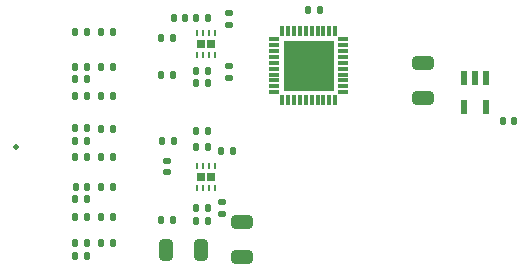
<source format=gbr>
%TF.GenerationSoftware,KiCad,Pcbnew,8.0.5*%
%TF.CreationDate,2024-11-08T07:47:22+00:00*%
%TF.ProjectId,ADE_Aux_V4,4144455f-4175-4785-9f56-342e6b696361,rev?*%
%TF.SameCoordinates,Original*%
%TF.FileFunction,Paste,Top*%
%TF.FilePolarity,Positive*%
%FSLAX46Y46*%
G04 Gerber Fmt 4.6, Leading zero omitted, Abs format (unit mm)*
G04 Created by KiCad (PCBNEW 8.0.5) date 2024-11-08 07:47:22*
%MOMM*%
%LPD*%
G01*
G04 APERTURE LIST*
G04 Aperture macros list*
%AMRoundRect*
0 Rectangle with rounded corners*
0 $1 Rounding radius*
0 $2 $3 $4 $5 $6 $7 $8 $9 X,Y pos of 4 corners*
0 Add a 4 corners polygon primitive as box body*
4,1,4,$2,$3,$4,$5,$6,$7,$8,$9,$2,$3,0*
0 Add four circle primitives for the rounded corners*
1,1,$1+$1,$2,$3*
1,1,$1+$1,$4,$5*
1,1,$1+$1,$6,$7*
1,1,$1+$1,$8,$9*
0 Add four rect primitives between the rounded corners*
20,1,$1+$1,$2,$3,$4,$5,0*
20,1,$1+$1,$4,$5,$6,$7,0*
20,1,$1+$1,$6,$7,$8,$9,0*
20,1,$1+$1,$8,$9,$2,$3,0*%
G04 Aperture macros list end*
%ADD10C,0.500000*%
%ADD11RoundRect,0.135000X-0.135000X-0.185000X0.135000X-0.185000X0.135000X0.185000X-0.135000X0.185000X0*%
%ADD12RoundRect,0.140000X0.170000X-0.140000X0.170000X0.140000X-0.170000X0.140000X-0.170000X-0.140000X0*%
%ADD13RoundRect,0.135000X0.135000X0.185000X-0.135000X0.185000X-0.135000X-0.185000X0.135000X-0.185000X0*%
%ADD14RoundRect,0.140000X0.140000X0.170000X-0.140000X0.170000X-0.140000X-0.170000X0.140000X-0.170000X0*%
%ADD15RoundRect,0.140000X-0.140000X-0.170000X0.140000X-0.170000X0.140000X0.170000X-0.140000X0.170000X0*%
%ADD16RoundRect,0.250000X0.650000X-0.325000X0.650000X0.325000X-0.650000X0.325000X-0.650000X-0.325000X0*%
%ADD17RoundRect,0.135000X0.185000X-0.135000X0.185000X0.135000X-0.185000X0.135000X-0.185000X-0.135000X0*%
%ADD18RoundRect,0.135000X-0.185000X0.135000X-0.185000X-0.135000X0.185000X-0.135000X0.185000X0.135000X0*%
%ADD19RoundRect,0.250000X-0.650000X0.325000X-0.650000X-0.325000X0.650000X-0.325000X0.650000X0.325000X0*%
%ADD20R,0.650000X0.750000*%
%ADD21R,0.250000X0.500000*%
%ADD22R,0.304800X0.812800*%
%ADD23R,0.812800X0.304800*%
%ADD24R,4.241800X4.241800*%
%ADD25RoundRect,0.250000X0.325000X0.650000X-0.325000X0.650000X-0.325000X-0.650000X0.325000X-0.650000X0*%
%ADD26R,0.600000X1.200000*%
G04 APERTURE END LIST*
D10*
%TO.C,TP1*%
X-16789400Y27406600D03*
%TD*%
D11*
%TO.C,R25*%
X-1510000Y27390000D03*
X-490000Y27390000D03*
%TD*%
D12*
%TO.C,C2*%
X-3937000Y25224800D03*
X-3937000Y26184800D03*
%TD*%
D13*
%TO.C,R18*%
X-3390000Y27880000D03*
X-4410000Y27880000D03*
%TD*%
D11*
%TO.C,R5*%
X-9600000Y19200000D03*
X-8580000Y19200000D03*
%TD*%
D14*
%TO.C,C11*%
X-10780000Y37080000D03*
X-11740000Y37080000D03*
%TD*%
D15*
%TO.C,C13*%
X-1500000Y28710000D03*
X-540000Y28710000D03*
%TD*%
D14*
%TO.C,C3*%
X-10780000Y21410000D03*
X-11740000Y21410000D03*
%TD*%
D13*
%TO.C,R9*%
X-3440000Y33440000D03*
X-4460000Y33440000D03*
%TD*%
D16*
%TO.C,C26*%
X2410000Y18075000D03*
X2410000Y21025000D03*
%TD*%
D17*
%TO.C,R20*%
X1250000Y37730000D03*
X1250000Y38750000D03*
%TD*%
D14*
%TO.C,C7*%
X-10770000Y26480000D03*
X-11730000Y26480000D03*
%TD*%
D13*
%TO.C,R6*%
X-3430000Y21180000D03*
X-4450000Y21180000D03*
%TD*%
D18*
%TO.C,R8*%
X1280000Y34240000D03*
X1280000Y33220000D03*
%TD*%
D14*
%TO.C,C4*%
X-10780000Y18150000D03*
X-11740000Y18150000D03*
%TD*%
D11*
%TO.C,R26*%
X-1510000Y38280000D03*
X-490000Y38280000D03*
%TD*%
D14*
%TO.C,C16*%
X-2440000Y38310000D03*
X-3400000Y38310000D03*
%TD*%
D11*
%TO.C,R4*%
X-9600000Y21400000D03*
X-8580000Y21400000D03*
%TD*%
D14*
%TO.C,C12*%
X-10780000Y34170000D03*
X-11740000Y34170000D03*
%TD*%
D11*
%TO.C,R11*%
X-9600000Y23980000D03*
X-8580000Y23980000D03*
%TD*%
%TO.C,R24*%
X-1510000Y33820000D03*
X-490000Y33820000D03*
%TD*%
%TO.C,R14*%
X-9600000Y37070000D03*
X-8580000Y37070000D03*
%TD*%
%TO.C,R23*%
X-1510000Y21090000D03*
X-490000Y21090000D03*
%TD*%
D19*
%TO.C,C18*%
X17703800Y34495000D03*
X17703800Y31545000D03*
%TD*%
D11*
%TO.C,R10*%
X-9600000Y26500000D03*
X-8580000Y26500000D03*
%TD*%
%TO.C,R15*%
X-9600000Y34160000D03*
X-8580000Y34160000D03*
%TD*%
D13*
%TO.C,R21*%
X-10730000Y33160000D03*
X-11750000Y33160000D03*
%TD*%
D15*
%TO.C,C6*%
X-1500000Y32750000D03*
X-540000Y32750000D03*
%TD*%
D13*
%TO.C,R17*%
X-10720000Y22960000D03*
X-11740000Y22960000D03*
%TD*%
%TO.C,R7*%
X-10730000Y19200000D03*
X-11750000Y19200000D03*
%TD*%
D20*
%TO.C,U3*%
X-1080000Y36100000D03*
X-280000Y36100000D03*
D21*
X-1430000Y35150000D03*
X-930000Y35150000D03*
X-430000Y35150000D03*
X70000Y35150000D03*
X70000Y37050000D03*
X-430000Y37050000D03*
X-930000Y37050000D03*
X-1430000Y37050000D03*
%TD*%
D14*
%TO.C,C9*%
X-10780000Y31700000D03*
X-11740000Y31700000D03*
%TD*%
%TO.C,C10*%
X-10780000Y28940000D03*
X-11740000Y28940000D03*
%TD*%
D11*
%TO.C,R16*%
X570000Y27050000D03*
X1590000Y27050000D03*
%TD*%
D22*
%TO.C,U2*%
X10287000Y37160200D03*
X9779000Y37160200D03*
X9271000Y37160200D03*
X8788400Y37160200D03*
X8280400Y37160200D03*
X7772400Y37160200D03*
X7264400Y37160200D03*
X6781800Y37160200D03*
X6273800Y37160200D03*
X5765800Y37160200D03*
D23*
X5130800Y36525200D03*
X5130800Y36017200D03*
X5130800Y35509200D03*
X5130800Y35026600D03*
X5130800Y34518600D03*
X5130800Y34010600D03*
X5130800Y33502600D03*
X5130800Y33020000D03*
X5130800Y32512000D03*
X5130800Y32004000D03*
D22*
X5765800Y31369000D03*
X6273800Y31369000D03*
X6781800Y31369000D03*
X7264400Y31369000D03*
X7772400Y31369000D03*
X8280400Y31369000D03*
X8788400Y31369000D03*
X9271000Y31369000D03*
X9779000Y31369000D03*
X10287000Y31369000D03*
D23*
X10922000Y32004000D03*
X10922000Y32512000D03*
X10922000Y33020000D03*
X10922000Y33502600D03*
X10922000Y34010600D03*
X10922000Y34518600D03*
X10922000Y35026600D03*
X10922000Y35509200D03*
X10922000Y36017200D03*
X10922000Y36525200D03*
D24*
X8026400Y34264600D03*
%TD*%
D15*
%TO.C,C5*%
X-1500000Y22200000D03*
X-540000Y22200000D03*
%TD*%
D13*
%TO.C,R22*%
X-3440000Y36620000D03*
X-4460000Y36620000D03*
%TD*%
D11*
%TO.C,R12*%
X-9600000Y31690000D03*
X-8580000Y31690000D03*
%TD*%
D20*
%TO.C,U1*%
X-1080000Y24810000D03*
X-280000Y24810000D03*
D21*
X-1430000Y23860000D03*
X-930000Y23860000D03*
X-430000Y23860000D03*
X70000Y23860000D03*
X70000Y25760000D03*
X-430000Y25760000D03*
X-930000Y25760000D03*
X-1430000Y25760000D03*
%TD*%
D18*
%TO.C,R3*%
X650000Y22680000D03*
X650000Y21660000D03*
%TD*%
D13*
%TO.C,R19*%
X-10730000Y27900000D03*
X-11750000Y27900000D03*
%TD*%
%TO.C,R2*%
X8993600Y38963600D03*
X7973600Y38963600D03*
%TD*%
D14*
%TO.C,C31*%
X25448200Y29540200D03*
X24488200Y29540200D03*
%TD*%
D11*
%TO.C,R13*%
X-9600000Y28930000D03*
X-8580000Y28930000D03*
%TD*%
D25*
%TO.C,C25*%
X-1105000Y18670000D03*
X-4055000Y18670000D03*
%TD*%
D26*
%TO.C,U99*%
X23050000Y33240000D03*
X22100000Y33240000D03*
X21150000Y33240000D03*
X21150000Y30740000D03*
X23050000Y30740000D03*
%TD*%
D14*
%TO.C,C8*%
X-10730000Y24000000D03*
X-11690000Y24000000D03*
%TD*%
M02*

</source>
